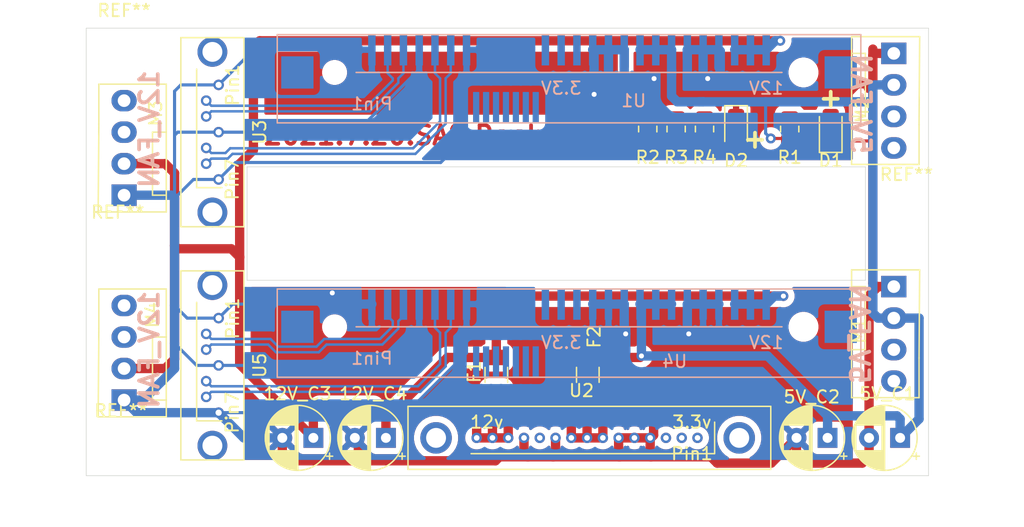
<source format=kicad_pcb>
(kicad_pcb (version 20171130) (host pcbnew "(5.1.10)-1")
  (layers (0 F.Cu signal) (31 B.Cu signal) (34 B.Paste user) (35 F.Paste user) (36 B.SilkS user) (37 F.SilkS user) (38 B.Mask user) (39 F.Mask user) (44 Edge.Cuts user))
  (net 0 "")
  (net 1 +12V)
  (net 2 GND)
  (net 3 +5V)
  (net 4 "Net-(D1-Pad2)")
  (net 5 /S1_TXD_P)
  (net 6 /S1_TXD_N)
  (net 7 /S1_RXD_N)
  (net 8 /S1_RXD_P)
  (net 9 /S2_TXD_P)
  (net 10 /S2_TXD_N)
  (net 11 /S2_RXD_N)
  (net 12 /S2_RXD_P)
  (net 13 "Net-(D2-Pad2)")
  (net 14 "Net-(R2-Pad1)")
  (net 15 "Net-(R3-Pad1)")
  (net 16 "Net-(F1-Pad2)")
  (net 17 "Net-(F2-Pad2)")
  (module MountingHole:MountingHole_2.2mm_M2 (layer F.Cu) (at 34.798 33.02)
    (fp_text reference REF** (at 0 -3.2) (layer F.SilkS))
    (fp_text value MountingHole_2.2mm_M2)
    (pad 1 np_thru_hole circle (at 0 0) (size 2.2 2.2) (drill 2.2) (layers *.Cu *.Mask))
  )
  (module MountingHole:MountingHole_2.2mm_M2 (layer F.Cu) (at 34.544 65.278)
    (fp_text reference REF** (at 0 -3.2) (layer F.SilkS))
    (fp_text value MountingHole_2.2mm_M2)
    (pad 1 np_thru_hole circle (at 0 0) (size 2.2 2.2) (drill 2.2) (layers *.Cu *.Mask))
  )
  (module MountingHole:MountingHole_2.2mm_M2 (layer F.Cu) (at 97.79 46.228)
    (fp_text reference REF** (at 0 -3.2) (layer F.SilkS))
    (fp_text value MountingHole_2.2mm_M2)
    (pad 1 np_thru_hole circle (at 0 0) (size 2.2 2.2) (drill 2.2) (layers *.Cu *.Mask))
  )
  (module MountingHole:MountingHole_2.2mm_M2 (layer F.Cu) (at 34.29 49.276)
    (fp_text reference REF** (at 0 -3.2) (layer F.SilkS))
    (fp_text value MountingHole_2.2mm_M2)
    (pad 1 np_thru_hole circle (at 0 0) (size 2.2 2.2) (drill 2.2) (layers *.Cu *.Mask))
  )
  (module LED_SMD:LED_0805_2012Metric_Castellated (layer F.Cu) (at 91.694 39.37 90)
    (fp_text reference D1 (at -2.54 0 180) (layer F.SilkS))
    (fp_text value GREEN_LED)
    (pad 2 smd roundrect (at 0.9625 0 90) (size 1.325 1.3) (layers F.Cu F.Paste F.Mask) (roundrect_rratio 0.1923076923076923) (net 4 "Net-(D1-Pad2)"))
    (pad 1 smd roundrect (at -0.9625 0 90) (size 1.325 1.3) (layers F.Cu F.Paste F.Mask) (roundrect_rratio 0.1923076923076923) (net 2 GND))
  )
  (module Resistor_SMD:R_0805_2012Metric (layer F.Cu) (at 88.392 39.37 90)
    (fp_text reference R1 (at -2.286 0 180) (layer F.SilkS))
    (fp_text value 100R)
    (pad 2 smd roundrect (at 0.9125 0 90) (size 1.025 1.4) (layers F.Cu F.Paste F.Mask) (roundrect_rratio 0.2439014634146341) (net 4 "Net-(D1-Pad2)"))
    (pad 1 smd roundrect (at -0.9125 0 90) (size 1.025 1.4) (layers F.Cu F.Paste F.Mask) (roundrect_rratio 0.2439014634146341) (net 3 +5V))
  )
  (module Fuse:Fuse_1206_3216Metric (layer F.Cu) (at 72.136 59.182 270)
    (fp_text reference F2 (at -3.048 -0.508 90) (layer F.SilkS))
    (fp_text value 5V_2.6A)
    (pad 2 smd roundrect (at 1.4 0 270) (size 1.25 1.75) (layers F.Cu F.Paste F.Mask) (roundrect_rratio 0.2) (net 17 "Net-(F2-Pad2)"))
    (pad 1 smd roundrect (at -1.4 0 270) (size 1.25 1.75) (layers F.Cu F.Paste F.Mask) (roundrect_rratio 0.2) (net 3 +5V))
  )
  (module Fuse:Fuse_1206_3216Metric (layer F.Cu) (at 64.77 59.182 270)
    (fp_text reference F1 (at -0.254 1.778 90) (layer F.SilkS))
    (fp_text value 12V_2.4A)
    (pad 2 smd roundrect (at 1.4 0 270) (size 1.25 1.75) (layers F.Cu F.Paste F.Mask) (roundrect_rratio 0.2) (net 16 "Net-(F1-Pad2)"))
    (pad 1 smd roundrect (at -1.4 0 270) (size 1.25 1.75) (layers F.Cu F.Paste F.Mask) (roundrect_rratio 0.2) (net 1 +12V))
  )
  (module SATA:SAS_SMD_29P (layer B.Cu) (at 86.5 34.81 180)
    (fp_text reference U1 (at 10.668 -2.286) (layer B.SilkS) (effects (justify mirror)))
    (fp_text value SAS_29)
    (fp_text user 12V (at 0 -1.27) (layer B.SilkS) (effects (justify mirror)))
    (fp_text user 3.3V (at 16.51 -1.27) (layer B.SilkS) (effects (justify mirror)))
    (fp_text user Pin1 (at 31.75 -2.54) (layer B.SilkS) (effects (justify mirror)))
    (pad "" smd rect (at 37.75 0 180) (size 2.6 2.6) (layers B.Cu B.Paste B.Mask))
    (pad "" smd rect (at -6 0 180) (size 2.6 2.6) (layers B.Cu B.Paste B.Mask))
    (pad "" np_thru_hole circle (at 34.75 0 180) (size 1 1) (drill 1) (layers *.Cu *.Mask))
    (pad "" np_thru_hole circle (at -3 0 180) (size 1.4 1.4) (drill 1.4) (layers *.Cu *.Mask))
    (pad 1 smd rect (at 31.75 1.83 180) (size 0.6 2.53) (layers B.Cu B.Paste B.Mask) (net 2 GND))
    (pad 2 smd rect (at 30.48 1.83 180) (size 0.6 2.53) (layers B.Cu B.Paste B.Mask) (net 5 /S1_TXD_P))
    (pad 3 smd rect (at 29.21 1.83 180) (size 0.6 2.53) (layers B.Cu B.Paste B.Mask) (net 6 /S1_TXD_N))
    (pad 4 smd rect (at 27.94 1.83 180) (size 0.6 2.53) (layers B.Cu B.Paste B.Mask) (net 2 GND))
    (pad 5 smd rect (at 26.67 1.83 180) (size 0.6 2.53) (layers B.Cu B.Paste B.Mask) (net 7 /S1_RXD_N))
    (pad 6 smd rect (at 25.4 1.83 180) (size 0.6 2.53) (layers B.Cu B.Paste B.Mask) (net 8 /S1_RXD_P))
    (pad 7 smd rect (at 24.13 1.83 180) (size 0.6 2.53) (layers B.Cu B.Paste B.Mask) (net 2 GND))
    (pad 8 smd rect (at 23.355 -2.84 180) (size 0.5 2.53) (layers B.Cu B.Paste B.Mask))
    (pad 9 smd rect (at 22.555 -2.84 180) (size 0.5 2.53) (layers B.Cu B.Paste B.Mask))
    (pad 10 smd rect (at 21.755 -2.84 180) (size 0.5 2.53) (layers B.Cu B.Paste B.Mask))
    (pad 11 smd rect (at 20.955 -2.84 180) (size 0.5 2.53) (layers B.Cu B.Paste B.Mask))
    (pad 12 smd rect (at 20.155 -2.84 180) (size 0.5 2.53) (layers B.Cu B.Paste B.Mask))
    (pad 13 smd rect (at 19.355 -2.84 180) (size 0.5 2.53) (layers B.Cu B.Paste B.Mask))
    (pad 14 smd rect (at 18.555 -2.84 180) (size 0.5 2.53) (layers B.Cu B.Paste B.Mask))
    (pad 15 smd rect (at 17.78 1.83 180) (size 0.6 2.53) (layers B.Cu B.Paste B.Mask))
    (pad 16 smd rect (at 16.51 1.83 180) (size 0.6 2.53) (layers B.Cu B.Paste B.Mask))
    (pad 17 smd rect (at 15.24 1.83 180) (size 0.6 2.53) (layers B.Cu B.Paste B.Mask))
    (pad 18 smd rect (at 13.97 1.83 180) (size 0.6 2.53) (layers B.Cu B.Paste B.Mask) (net 2 GND))
    (pad 19 smd rect (at 12.7 1.83 180) (size 0.6 2.53) (layers B.Cu B.Paste B.Mask) (net 2 GND))
    (pad 20 smd rect (at 11.43 1.83 180) (size 0.6 2.53) (layers B.Cu B.Paste B.Mask) (net 2 GND))
    (pad 21 smd rect (at 10.16 1.83 180) (size 0.6 2.53) (layers B.Cu B.Paste B.Mask) (net 3 +5V))
    (pad 22 smd rect (at 8.89 1.83 180) (size 0.6 2.53) (layers B.Cu B.Paste B.Mask) (net 3 +5V))
    (pad 23 smd rect (at 7.62 1.83 180) (size 0.6 2.53) (layers B.Cu B.Paste B.Mask) (net 3 +5V))
    (pad 24 smd rect (at 6.35 1.83 180) (size 0.6 2.53) (layers B.Cu B.Paste B.Mask) (net 2 GND))
    (pad 25 smd rect (at 5.08 1.83 180) (size 0.6 2.53) (layers B.Cu B.Paste B.Mask) (net 2 GND))
    (pad 26 smd rect (at 3.81 1.83 180) (size 0.6 2.53) (layers B.Cu B.Paste B.Mask) (net 2 GND))
    (pad 27 smd rect (at 2.54 1.83 180) (size 0.6 2.53) (layers B.Cu B.Paste B.Mask) (net 1 +12V))
    (pad 28 smd rect (at 1.27 1.83 180) (size 0.6 2.53) (layers B.Cu B.Paste B.Mask) (net 1 +12V))
    (pad 29 smd rect (at 0 1.83 180) (size 0.6 2.53) (layers B.Cu B.Paste B.Mask) (net 1 +12V))
  )
  (module Resistor_SMD:R_0805_2012Metric (layer F.Cu) (at 81.534 39.37 90)
    (fp_text reference R4 (at -2.286 0 180) (layer F.SilkS))
    (fp_text value 150R)
    (pad 2 smd roundrect (at 0.9125 0 90) (size 1.025 1.4) (layers F.Cu F.Paste F.Mask) (roundrect_rratio 0.2439014634146341) (net 15 "Net-(R3-Pad1)"))
    (pad 1 smd roundrect (at -0.9125 0 90) (size 1.025 1.4) (layers F.Cu F.Paste F.Mask) (roundrect_rratio 0.2439014634146341) (net 13 "Net-(D2-Pad2)"))
  )
  (module Resistor_SMD:R_0805_2012Metric (layer F.Cu) (at 79.248 39.37 270)
    (fp_text reference R3 (at 2.286 0 180) (layer F.SilkS))
    (fp_text value 150R)
    (pad 2 smd roundrect (at 0.9125 0 270) (size 1.025 1.4) (layers F.Cu F.Paste F.Mask) (roundrect_rratio 0.2439014634146341) (net 14 "Net-(R2-Pad1)"))
    (pad 1 smd roundrect (at -0.9125 0 270) (size 1.025 1.4) (layers F.Cu F.Paste F.Mask) (roundrect_rratio 0.2439014634146341) (net 15 "Net-(R3-Pad1)"))
  )
  (module Resistor_SMD:R_0805_2012Metric (layer F.Cu) (at 76.962 39.37 90)
    (fp_text reference R2 (at -2.286 0 180) (layer F.SilkS))
    (fp_text value 150R)
    (pad 2 smd roundrect (at 0.9125 0 90) (size 1.025 1.4) (layers F.Cu F.Paste F.Mask) (roundrect_rratio 0.2439014634146341) (net 1 +12V))
    (pad 1 smd roundrect (at -0.9125 0 90) (size 1.025 1.4) (layers F.Cu F.Paste F.Mask) (roundrect_rratio 0.2439014634146341) (net 14 "Net-(R2-Pad1)"))
  )
  (module LED_SMD:LED_0805_2012Metric_Castellated (layer F.Cu) (at 84.074 39.37 270)
    (fp_text reference D2 (at 2.54 0 180) (layer F.SilkS))
    (fp_text value RED_LED)
    (pad 2 smd roundrect (at 0.9625 0 270) (size 1.325 1.3) (layers F.Cu F.Paste F.Mask) (roundrect_rratio 0.1923076923076923) (net 13 "Net-(D2-Pad2)"))
    (pad 1 smd roundrect (at -0.9625 0 270) (size 1.325 1.3) (layers F.Cu F.Paste F.Mask) (roundrect_rratio 0.1923076923076923) (net 2 GND))
  )
  (module SATA:SATA_DATA_DIP_A_7 (layer F.Cu) (at 41.91 62.23 90)
    (fp_text reference U5 (at 3.81 3.81 90) (layer F.SilkS))
    (fp_text value SATA_DATA_7)
    (fp_text user Pin1 (at 7.5946 1.6256 90) (layer F.SilkS))
    (fp_text user Pin7 (at 0 1.6002 90) (layer F.SilkS))
    (pad "" np_thru_hole circle (at 10.28 0 90) (size 2.4 2.4) (drill 1.6) (layers *.Cu *.Mask))
    (pad "" np_thru_hole circle (at -2.66 0 90) (size 2.4 2.4) (drill 1.6) (layers *.Cu *.Mask))
    (pad 1 thru_hole circle (at 7.62 0.5 90) (size 0.85 0.85) (drill 0.5) (layers *.Cu *.Mask) (net 2 GND))
    (pad 2 thru_hole circle (at 6.35 -0.5 90) (size 0.85 0.85) (drill 0.5) (layers *.Cu *.Mask) (net 9 /S2_TXD_P))
    (pad 3 thru_hole circle (at 5.08 -0.5 90) (size 0.85 0.85) (drill 0.5) (layers *.Cu *.Mask) (net 10 /S2_TXD_N))
    (pad 4 thru_hole circle (at 3.81 0.5 90) (size 0.85 0.85) (drill 0.5) (layers *.Cu *.Mask) (net 2 GND))
    (pad 5 thru_hole circle (at 2.54 -0.5 90) (size 0.85 0.85) (drill 0.5) (layers *.Cu *.Mask) (net 11 /S2_RXD_N))
    (pad 6 thru_hole circle (at 1.27 -0.5 90) (size 0.85 0.85) (drill 0.5) (layers *.Cu *.Mask) (net 12 /S2_RXD_P))
    (pad 7 thru_hole circle (at 0 0.5 90) (size 0.85 0.85) (drill 0.5) (layers *.Cu *.Mask) (net 2 GND))
  )
  (module SATA:SATA_DATA_DIP_A_7 (layer F.Cu) (at 41.91 43.434 90)
    (fp_text reference U3 (at 3.81 3.81 90) (layer F.SilkS))
    (fp_text value SATA_DATA_7)
    (fp_text user Pin1 (at 7.5946 1.6256 90) (layer F.SilkS))
    (fp_text user Pin7 (at 0 1.6002 90) (layer F.SilkS))
    (pad "" np_thru_hole circle (at 10.28 0 90) (size 2.4 2.4) (drill 1.6) (layers *.Cu *.Mask))
    (pad "" np_thru_hole circle (at -2.66 0 90) (size 2.4 2.4) (drill 1.6) (layers *.Cu *.Mask))
    (pad 1 thru_hole circle (at 7.62 0.5 90) (size 0.85 0.85) (drill 0.5) (layers *.Cu *.Mask) (net 2 GND))
    (pad 2 thru_hole circle (at 6.35 -0.5 90) (size 0.85 0.85) (drill 0.5) (layers *.Cu *.Mask) (net 5 /S1_TXD_P))
    (pad 3 thru_hole circle (at 5.08 -0.5 90) (size 0.85 0.85) (drill 0.5) (layers *.Cu *.Mask) (net 6 /S1_TXD_N))
    (pad 4 thru_hole circle (at 3.81 0.5 90) (size 0.85 0.85) (drill 0.5) (layers *.Cu *.Mask) (net 2 GND))
    (pad 5 thru_hole circle (at 2.54 -0.5 90) (size 0.85 0.85) (drill 0.5) (layers *.Cu *.Mask) (net 7 /S1_RXD_N))
    (pad 6 thru_hole circle (at 1.27 -0.5 90) (size 0.85 0.85) (drill 0.5) (layers *.Cu *.Mask) (net 8 /S1_RXD_P))
    (pad 7 thru_hole circle (at 0 0.5 90) (size 0.85 0.85) (drill 0.5) (layers *.Cu *.Mask) (net 2 GND))
  )
  (module SATA:SAS_SMD_29P (layer B.Cu) (at 86.5 55.31 180)
    (fp_text reference U4 (at 7.366 -2.794) (layer B.SilkS) (effects (justify mirror)))
    (fp_text value SAS_29)
    (fp_text user 12V (at 0 -1.27) (layer B.SilkS) (effects (justify mirror)))
    (fp_text user 3.3V (at 16.51 -1.27) (layer B.SilkS) (effects (justify mirror)))
    (fp_text user Pin1 (at 31.75 -2.54) (layer B.SilkS) (effects (justify mirror)))
    (pad "" smd rect (at 37.75 0 180) (size 2.6 2.6) (layers B.Cu B.Paste B.Mask))
    (pad "" smd rect (at -6 0 180) (size 2.6 2.6) (layers B.Cu B.Paste B.Mask))
    (pad "" np_thru_hole circle (at 34.75 0 180) (size 1 1) (drill 1) (layers *.Cu *.Mask))
    (pad "" np_thru_hole circle (at -3 0 180) (size 1.4 1.4) (drill 1.4) (layers *.Cu *.Mask))
    (pad 1 smd rect (at 31.75 1.83 180) (size 0.6 2.53) (layers B.Cu B.Paste B.Mask) (net 2 GND))
    (pad 2 smd rect (at 30.48 1.83 180) (size 0.6 2.53) (layers B.Cu B.Paste B.Mask) (net 9 /S2_TXD_P))
    (pad 3 smd rect (at 29.21 1.83 180) (size 0.6 2.53) (layers B.Cu B.Paste B.Mask) (net 10 /S2_TXD_N))
    (pad 4 smd rect (at 27.94 1.83 180) (size 0.6 2.53) (layers B.Cu B.Paste B.Mask) (net 2 GND))
    (pad 5 smd rect (at 26.67 1.83 180) (size 0.6 2.53) (layers B.Cu B.Paste B.Mask) (net 11 /S2_RXD_N))
    (pad 6 smd rect (at 25.4 1.83 180) (size 0.6 2.53) (layers B.Cu B.Paste B.Mask) (net 12 /S2_RXD_P))
    (pad 7 smd rect (at 24.13 1.83 180) (size 0.6 2.53) (layers B.Cu B.Paste B.Mask) (net 2 GND))
    (pad 8 smd rect (at 23.355 -2.84 180) (size 0.5 2.53) (layers B.Cu B.Paste B.Mask))
    (pad 9 smd rect (at 22.555 -2.84 180) (size 0.5 2.53) (layers B.Cu B.Paste B.Mask))
    (pad 10 smd rect (at 21.755 -2.84 180) (size 0.5 2.53) (layers B.Cu B.Paste B.Mask))
    (pad 11 smd rect (at 20.955 -2.84 180) (size 0.5 2.53) (layers B.Cu B.Paste B.Mask))
    (pad 12 smd rect (at 20.155 -2.84 180) (size 0.5 2.53) (layers B.Cu B.Paste B.Mask))
    (pad 13 smd rect (at 19.355 -2.84 180) (size 0.5 2.53) (layers B.Cu B.Paste B.Mask))
    (pad 14 smd rect (at 18.555 -2.84 180) (size 0.5 2.53) (layers B.Cu B.Paste B.Mask))
    (pad 15 smd rect (at 17.78 1.83 180) (size 0.6 2.53) (layers B.Cu B.Paste B.Mask))
    (pad 16 smd rect (at 16.51 1.83 180) (size 0.6 2.53) (layers B.Cu B.Paste B.Mask))
    (pad 17 smd rect (at 15.24 1.83 180) (size 0.6 2.53) (layers B.Cu B.Paste B.Mask))
    (pad 18 smd rect (at 13.97 1.83 180) (size 0.6 2.53) (layers B.Cu B.Paste B.Mask) (net 2 GND))
    (pad 19 smd rect (at 12.7 1.83 180) (size 0.6 2.53) (layers B.Cu B.Paste B.Mask) (net 2 GND))
    (pad 20 smd rect (at 11.43 1.83 180) (size 0.6 2.53) (layers B.Cu B.Paste B.Mask) (net 2 GND))
    (pad 21 smd rect (at 10.16 1.83 180) (size 0.6 2.53) (layers B.Cu B.Paste B.Mask) (net 3 +5V))
    (pad 22 smd rect (at 8.89 1.83 180) (size 0.6 2.53) (layers B.Cu B.Paste B.Mask) (net 3 +5V))
    (pad 23 smd rect (at 7.62 1.83 180) (size 0.6 2.53) (layers B.Cu B.Paste B.Mask) (net 3 +5V))
    (pad 24 smd rect (at 6.35 1.83 180) (size 0.6 2.53) (layers B.Cu B.Paste B.Mask) (net 2 GND))
    (pad 25 smd rect (at 5.08 1.83 180) (size 0.6 2.53) (layers B.Cu B.Paste B.Mask) (net 2 GND))
    (pad 26 smd rect (at 3.81 1.83 180) (size 0.6 2.53) (layers B.Cu B.Paste B.Mask) (net 2 GND))
    (pad 27 smd rect (at 2.54 1.83 180) (size 0.6 2.53) (layers B.Cu B.Paste B.Mask) (net 1 +12V))
    (pad 28 smd rect (at 1.27 1.83 180) (size 0.6 2.53) (layers B.Cu B.Paste B.Mask) (net 1 +12V))
    (pad 29 smd rect (at 0 1.83 180) (size 0.6 2.53) (layers B.Cu B.Paste B.Mask) (net 1 +12V))
  )
  (module SATA:SATA_POWER_DIP_15 (layer F.Cu) (at 84.328 64.262 180)
    (fp_text reference U2 (at 12.7 3.81) (layer F.SilkS))
    (fp_text value SATA_POWER_INPUT)
    (fp_text user Pin1 (at 3.81 -1.27) (layer F.SilkS))
    (fp_text user 12v (at 20.32 1.27) (layer F.SilkS))
    (fp_text user 3.3v (at 3.81 1.27) (layer F.SilkS))
    (pad 14 thru_hole circle (at 19.87 0 180) (size 0.84 0.84) (drill 0.45) (layers *.Cu *.Mask) (net 16 "Net-(F1-Pad2)"))
    (pad 13 thru_hole circle (at 18.6 0 180) (size 0.84 0.84) (drill 0.45) (layers *.Cu *.Mask) (net 16 "Net-(F1-Pad2)"))
    (pad 15 thru_hole circle (at 21.14 0 180) (size 0.84 0.84) (drill 0.45) (layers *.Cu *.Mask) (net 16 "Net-(F1-Pad2)"))
    (pad 10 thru_hole circle (at 14.79 0 180) (size 0.84 0.84) (drill 0.45) (layers *.Cu *.Mask) (net 2 GND))
    (pad 12 thru_hole circle (at 17.33 0 180) (size 0.84 0.84) (drill 0.45) (layers *.Cu *.Mask) (net 2 GND))
    (pad 11 thru_hole circle (at 16.06 0 180) (size 0.84 0.84) (drill 0.45) (layers *.Cu *.Mask))
    (pad 9 thru_hole circle (at 13.52 0 180) (size 0.84 0.84) (drill 0.45) (layers *.Cu *.Mask) (net 17 "Net-(F2-Pad2)"))
    (pad 8 thru_hole circle (at 12.25 0 180) (size 0.84 0.84) (drill 0.45) (layers *.Cu *.Mask) (net 17 "Net-(F2-Pad2)"))
    (pad 7 thru_hole circle (at 10.98 0 180) (size 0.84 0.84) (drill 0.45) (layers *.Cu *.Mask) (net 17 "Net-(F2-Pad2)"))
    (pad 6 thru_hole circle (at 9.71 0 180) (size 0.84 0.84) (drill 0.45) (layers *.Cu *.Mask) (net 2 GND))
    (pad 5 thru_hole circle (at 8.44 0 180) (size 0.84 0.84) (drill 0.45) (layers *.Cu *.Mask) (net 2 GND))
    (pad 4 thru_hole circle (at 7.17 0 180) (size 0.84 0.84) (drill 0.45) (layers *.Cu *.Mask) (net 2 GND))
    (pad 3 thru_hole circle (at 5.9 0 180) (size 0.84 0.84) (drill 0.45) (layers *.Cu *.Mask))
    (pad 2 thru_hole circle (at 4.63 0 180) (size 0.84 0.84) (drill 0.45) (layers *.Cu *.Mask))
    (pad 1 thru_hole circle (at 3.36 0 180) (size 0.84 0.84) (drill 0.45) (layers *.Cu *.Mask))
    (pad "" np_thru_hole circle (at 24.4094 0 180) (size 2.54 2.54) (drill 1.6) (layers *.Cu *.Mask))
    (pad "" np_thru_hole circle (at 0 0 180) (size 2.54 2.54) (drill 1.6) (layers *.Cu *.Mask))
  )
  (module Capacitor_THT:CP_Radial_D5.0mm_P2.50mm (layer F.Cu) (at 91.44 64.262 180)
    (fp_text reference 5V_C2 (at 1.27 3.302) (layer F.SilkS))
    (fp_text value 220uF_16V)
    (pad 2 thru_hole circle (at 2.5 0 180) (size 1.6 1.6) (drill 0.8) (layers *.Cu *.Mask) (net 2 GND))
    (pad 1 thru_hole rect (at 0 0 180) (size 1.6 1.6) (drill 0.8) (layers *.Cu *.Mask) (net 3 +5V))
  )
  (module Capacitor_THT:CP_Radial_D5.0mm_P2.50mm (layer F.Cu) (at 50.038 64.262 180)
    (fp_text reference 12V_C3 (at 1.27 3.556) (layer F.SilkS))
    (fp_text value 47uF_35V)
    (pad 2 thru_hole circle (at 2.5 0 180) (size 1.6 1.6) (drill 0.8) (layers *.Cu *.Mask) (net 2 GND))
    (pad 1 thru_hole rect (at 0 0 180) (size 1.6 1.6) (drill 0.8) (layers *.Cu *.Mask) (net 1 +12V))
  )
  (module Capacitor_THT:CP_Radial_D5.0mm_P2.50mm (layer F.Cu) (at 55.88 64.262 180)
    (fp_text reference 12V_C4 (at 1.016 3.556) (layer F.SilkS))
    (fp_text value 47uF_35V)
    (pad 2 thru_hole circle (at 2.5 0 180) (size 1.6 1.6) (drill 0.8) (layers *.Cu *.Mask) (net 2 GND))
    (pad 1 thru_hole rect (at 0 0 180) (size 1.6 1.6) (drill 0.8) (layers *.Cu *.Mask) (net 1 +12V))
  )
  (module SATA:FanPinHeader_1x04_P2.54mm_Vertical (layer F.Cu) (at 96.774 52.07 270)
    (fp_text reference M1 (at 3.556 2.794 90) (layer F.SilkS))
    (fp_text value Fan_Tacho_PWM)
    (pad 1 thru_hole rect (at 0 0) (size 2.03 1.73) (drill 1.02) (layers *.Cu *.Mask) (net 2 GND))
    (pad 2 thru_hole oval (at 2.54 0) (size 2.03 1.73) (drill 1.02) (layers *.Cu *.Mask) (net 3 +5V))
    (pad 3 thru_hole oval (at 5.08 0) (size 2.03 1.73) (drill 1.02) (layers *.Cu *.Mask))
    (pad 4 thru_hole oval (at 7.62 0) (size 2.03 1.73) (drill 1.02) (layers *.Cu *.Mask))
  )
  (module SATA:FanPinHeader_1x04_P2.54mm_Vertical (layer F.Cu) (at 96.774 33.274 270)
    (fp_text reference M2 (at 4.572 2.54 90) (layer F.SilkS))
    (fp_text value Fan_Tacho_PWM)
    (pad 1 thru_hole rect (at 0 0) (size 2.03 1.73) (drill 1.02) (layers *.Cu *.Mask) (net 2 GND))
    (pad 2 thru_hole oval (at 2.54 0) (size 2.03 1.73) (drill 1.02) (layers *.Cu *.Mask) (net 3 +5V))
    (pad 3 thru_hole oval (at 5.08 0) (size 2.03 1.73) (drill 1.02) (layers *.Cu *.Mask))
    (pad 4 thru_hole oval (at 7.62 0) (size 2.03 1.73) (drill 1.02) (layers *.Cu *.Mask))
  )
  (module SATA:FanPinHeader_1x04_P2.54mm_Vertical (layer F.Cu) (at 34.798 44.704 90)
    (fp_text reference M3 (at 6.604 2.54 90) (layer F.SilkS))
    (fp_text value Fan_Tacho_PWM)
    (pad 1 thru_hole rect (at 0 0 180) (size 2.03 1.73) (drill 1.02) (layers *.Cu *.Mask) (net 2 GND))
    (pad 2 thru_hole oval (at 2.54 0 180) (size 2.03 1.73) (drill 1.02) (layers *.Cu *.Mask) (net 1 +12V))
    (pad 3 thru_hole oval (at 5.08 0 180) (size 2.03 1.73) (drill 1.02) (layers *.Cu *.Mask))
    (pad 4 thru_hole oval (at 7.62 0 180) (size 2.03 1.73) (drill 1.02) (layers *.Cu *.Mask))
  )
  (module SATA:FanPinHeader_1x04_P2.54mm_Vertical (layer F.Cu) (at 34.798 61.214 90)
    (fp_text reference M4 (at 6.858 2.286 90) (layer F.SilkS))
    (fp_text value Fan_Tacho_PWM)
    (pad 1 thru_hole rect (at 0 0 180) (size 2.03 1.73) (drill 1.02) (layers *.Cu *.Mask) (net 2 GND))
    (pad 2 thru_hole oval (at 2.54 0 180) (size 2.03 1.73) (drill 1.02) (layers *.Cu *.Mask) (net 1 +12V))
    (pad 3 thru_hole oval (at 5.08 0 180) (size 2.03 1.73) (drill 1.02) (layers *.Cu *.Mask))
    (pad 4 thru_hole oval (at 7.62 0 180) (size 2.03 1.73) (drill 1.02) (layers *.Cu *.Mask))
  )
  (module Capacitor_THT:CP_Radial_D5.0mm_P2.50mm (layer F.Cu) (at 97.282 64.262 180)
    (fp_text reference 5V_C1 (at 1.016 3.556) (layer F.SilkS))
    (fp_text value 220uF_16V)
    (pad 2 thru_hole circle (at 2.5 0 180) (size 1.6 1.6) (drill 0.8) (layers *.Cu *.Mask) (net 2 GND))
    (pad 1 thru_hole rect (at 0 0 180) (size 1.6 1.6) (drill 0.8) (layers *.Cu *.Mask) (net 3 +5V))
  )
  (gr_text + (at 91.694 36.83) (layer F.SilkS) (effects (font (size 1.5 1.5) (thickness 0.3))))
  (gr_text + (at 85.598 40.132) (layer F.SilkS) (effects (font (size 1.5 1.5) (thickness 0.3))))
  (gr_text 2021.7.20.SAS.Backend.V6 (at 60.96 39.878) (layer F.Cu) (effects (font (size 1.5 1.5) (thickness 0.3))))
  (gr_text 12V_FAN (at 36.83 39.37 90) (layer B.SilkS) (effects (font (size 1.5 1.5) (thickness 0.3)) (justify mirror)))
  (gr_text 12V_FAN (at 36.83 57.15 90) (layer B.SilkS) (effects (font (size 1.5 1.5) (thickness 0.3)) (justify mirror)))
  (gr_text 5V_FAN (at 93.98 55.88 -90) (layer B.SilkS) (effects (font (size 1.5 1.5) (thickness 0.3)) (justify mirror)))
  (gr_text 5V_FAN (at 94.12 37.35 -90) (layer B.SilkS) (effects (font (size 1.5 1.5) (thickness 0.3)) (justify mirror)))
  (gr_line (start 94.488 51.562) (end 94.488 42.418) (layer Edge.Cuts) (width 0.05))
  (gr_line (start 94.488 42.418) (end 44.704 42.418) (layer Edge.Cuts) (width 0.05))
  (gr_line (start 44.704 51.562) (end 94.488 51.562) (layer Edge.Cuts) (width 0.05))
  (gr_line (start 44.704 42.418) (end 44.704 51.562) (layer Edge.Cuts) (width 0.05))
  (gr_line (start 44.704 42.418) (end 44.704 42.418) (layer Edge.Cuts) (width 0.05))
  (gr_line (start 99.568 67.31) (end 99.568 31.242) (layer Edge.Cuts) (width 0.05))
  (gr_line (start 99.568 31.242) (end 31.75 31.242) (layer Edge.Cuts) (width 0.05))
  (gr_line (start 31.75 67.31) (end 99.568 67.31) (layer Edge.Cuts) (width 0.05))
  (gr_line (start 31.75 31.242) (end 31.75 67.31) (layer Edge.Cuts) (width 0.05))
  (segment (start 50.038 64.262) (end 50.038 62.23) (width 0.75) (layer F.Cu) (net 1))
  (segment (start 50.038 62.23) (end 50.546 61.722) (width 0.75) (layer F.Cu) (net 1))
  (segment (start 50.546 61.722) (end 54.864 61.722) (width 0.75) (layer F.Cu) (net 1))
  (segment (start 55.88 62.738) (end 55.88 64.262) (width 0.75) (layer F.Cu) (net 1))
  (segment (start 54.864 61.722) (end 55.88 62.738) (width 0.75) (layer F.Cu) (net 1))
  (segment (start 44.10399 58.32799) (end 44.10399 49.69199) (width 0.75) (layer F.Cu) (net 1))
  (segment (start 50.038 64.262) (end 44.10399 58.32799) (width 0.75) (layer F.Cu) (net 1))
  (segment (start 44.10399 49.69199) (end 43.434 49.022) (width 0.75) (layer F.Cu) (net 1))
  (segment (start 43.434 49.022) (end 39.116 49.022) (width 0.75) (layer F.Cu) (net 1))
  (segment (start 39.116 49.022) (end 38.862 48.768) (width 0.75) (layer F.Cu) (net 1))
  (segment (start 38.862 48.768) (end 38.862 42.926) (width 0.75) (layer F.Cu) (net 1))
  (segment (start 38.1 42.164) (end 34.798 42.164) (width 0.75) (layer F.Cu) (net 1))
  (segment (start 38.862 42.926) (end 38.1 42.164) (width 0.75) (layer F.Cu) (net 1))
  (segment (start 38.862 48.768) (end 38.862 57.912) (width 0.75) (layer F.Cu) (net 1))
  (segment (start 38.1 58.674) (end 34.798 58.674) (width 0.75) (layer F.Cu) (net 1))
  (segment (start 38.862 57.912) (end 38.1 58.674) (width 0.75) (layer F.Cu) (net 1))
  (segment (start 60.836 57.782) (end 55.88 62.738) (width 0.75) (layer F.Cu) (net 1))
  (segment (start 64.77 57.782) (end 60.836 57.782) (width 0.75) (layer F.Cu) (net 1))
  (segment (start 64.77 57.782) (end 64.77 54.356) (width 0.75) (layer F.Cu) (net 1))
  (via (at 87.884 52.832) (size 0.8) (drill 0.4) (layers F.Cu B.Cu) (net 1))
  (segment (start 66.294 52.832) (end 87.884 52.832) (width 0.75) (layer F.Cu) (net 1))
  (segment (start 64.77 54.356) (end 66.294 52.832) (width 0.75) (layer F.Cu) (net 1))
  (segment (start 87.148 52.832) (end 86.5 53.48) (width 0.75) (layer B.Cu) (net 1))
  (segment (start 87.884 52.832) (end 87.148 52.832) (width 0.75) (layer B.Cu) (net 1))
  (segment (start 86.5 53.48) (end 85.738 53.48) (width 0.75) (layer B.Cu) (net 1))
  (segment (start 85.738 53.48) (end 85.23 53.48) (width 0.75) (layer B.Cu) (net 1))
  (segment (start 85.23 53.48) (end 83.96 53.48) (width 0.75) (layer B.Cu) (net 1))
  (segment (start 83.96 32.98) (end 85.23 32.98) (width 0.75) (layer B.Cu) (net 1))
  (segment (start 85.23 32.98) (end 86.5 32.98) (width 0.75) (layer B.Cu) (net 1))
  (segment (start 44.10399 42.169468) (end 45.212 41.061458) (width 0.75) (layer F.Cu) (net 1))
  (segment (start 44.10399 49.69199) (end 44.10399 42.169468) (width 0.75) (layer F.Cu) (net 1))
  (segment (start 45.212 41.061458) (end 45.212 32.766) (width 0.75) (layer F.Cu) (net 1))
  (via (at 87.63 32.258) (size 0.8) (drill 0.4) (layers F.Cu B.Cu) (net 1))
  (segment (start 45.212 32.766) (end 45.72 32.258) (width 0.75) (layer F.Cu) (net 1))
  (segment (start 87.222 32.258) (end 86.5 32.98) (width 0.75) (layer B.Cu) (net 1))
  (segment (start 87.63 32.258) (end 87.222 32.258) (width 0.75) (layer B.Cu) (net 1))
  (segment (start 76.962 38.4575) (end 76.0495 38.4575) (width 0.25) (layer F.Cu) (net 1))
  (segment (start 75.184 37.592) (end 75.184 32.258) (width 0.25) (layer F.Cu) (net 1))
  (segment (start 76.0495 38.4575) (end 75.184 37.592) (width 0.25) (layer F.Cu) (net 1))
  (segment (start 75.184 32.258) (end 87.63 32.258) (width 0.75) (layer F.Cu) (net 1))
  (segment (start 45.72 32.258) (end 75.184 32.258) (width 0.75) (layer F.Cu) (net 1))
  (segment (start 66.998 64.262) (end 66.998 65.474) (width 0.75) (layer F.Cu) (net 2))
  (segment (start 66.998 65.474) (end 67.31 65.786) (width 0.75) (layer F.Cu) (net 2))
  (segment (start 67.31 65.786) (end 69.342 65.786) (width 0.75) (layer F.Cu) (net 2))
  (segment (start 69.538 65.59) (end 69.538 64.262) (width 0.75) (layer F.Cu) (net 2))
  (segment (start 69.342 65.786) (end 69.538 65.59) (width 0.75) (layer F.Cu) (net 2))
  (segment (start 74.618 65.728) (end 74.618 64.262) (width 0.75) (layer F.Cu) (net 2))
  (segment (start 74.676 65.786) (end 74.618 65.728) (width 0.75) (layer F.Cu) (net 2))
  (segment (start 69.342 65.786) (end 74.676 65.786) (width 0.75) (layer F.Cu) (net 2))
  (segment (start 74.618 64.262) (end 75.888 64.262) (width 0.75) (layer F.Cu) (net 2))
  (segment (start 75.888 64.262) (end 77.158 64.262) (width 0.75) (layer F.Cu) (net 2))
  (segment (start 74.676 65.786) (end 77.216 65.786) (width 0.75) (layer F.Cu) (net 2))
  (segment (start 77.158 65.728) (end 77.158 64.262) (width 0.75) (layer F.Cu) (net 2))
  (segment (start 77.216 65.786) (end 77.158 65.728) (width 0.75) (layer F.Cu) (net 2))
  (segment (start 77.216 65.786) (end 82.042 65.786) (width 0.75) (layer F.Cu) (net 2))
  (segment (start 82.042 65.786) (end 82.55 66.294) (width 0.75) (layer F.Cu) (net 2))
  (segment (start 86.908 66.294) (end 88.94 64.262) (width 0.75) (layer F.Cu) (net 2))
  (segment (start 82.55 66.294) (end 86.908 66.294) (width 0.75) (layer F.Cu) (net 2))
  (segment (start 65.024 65.786) (end 64.702999 66.107001) (width 0.75) (layer F.Cu) (net 2))
  (segment (start 67.31 65.786) (end 65.024 65.786) (width 0.75) (layer F.Cu) (net 2))
  (segment (start 47.538 65.572) (end 47.538 64.262) (width 0.75) (layer F.Cu) (net 2))
  (segment (start 48.073001 66.107001) (end 47.538 65.572) (width 0.75) (layer F.Cu) (net 2))
  (segment (start 57.561254 62.23) (end 42.41 62.23) (width 0.25) (layer B.Cu) (net 2))
  (segment (start 62.37 57.421254) (end 57.561254 62.23) (width 0.25) (layer B.Cu) (net 2))
  (segment (start 62.37 53.48) (end 62.37 57.421254) (width 0.25) (layer B.Cu) (net 2))
  (segment (start 43.54 53.48) (end 42.41 54.61) (width 0.25) (layer B.Cu) (net 2))
  (segment (start 54.75 53.48) (end 43.54 53.48) (width 0.25) (layer B.Cu) (net 2))
  (segment (start 58.56 55.232) (end 55.372 58.42) (width 0.25) (layer B.Cu) (net 2))
  (segment (start 58.56 53.48) (end 58.56 55.232) (width 0.25) (layer B.Cu) (net 2))
  (segment (start 44.442 64.262) (end 42.41 62.23) (width 0.75) (layer B.Cu) (net 2))
  (segment (start 47.538 64.262) (end 44.442 64.262) (width 0.75) (layer B.Cu) (net 2))
  (segment (start 35.814 62.23) (end 34.798 61.214) (width 0.75) (layer B.Cu) (net 2))
  (segment (start 42.41 62.23) (end 35.814 62.23) (width 0.75) (layer B.Cu) (net 2))
  (segment (start 34.798 61.214) (end 36.322 61.214) (width 0.75) (layer B.Cu) (net 2))
  (segment (start 38.608 44.704) (end 34.798 44.704) (width 0.75) (layer B.Cu) (net 2))
  (segment (start 38.862 44.958) (end 38.608 44.704) (width 0.75) (layer B.Cu) (net 2))
  (segment (start 55.372 58.42) (end 42.41 58.42) (width 0.25) (layer B.Cu) (net 2))
  (segment (start 36.322 61.214) (end 38.862 58.674) (width 0.75) (layer B.Cu) (net 2))
  (segment (start 40.64 58.42) (end 38.862 56.642) (width 0.25) (layer B.Cu) (net 2))
  (segment (start 42.41 58.42) (end 40.64 58.42) (width 0.25) (layer B.Cu) (net 2))
  (segment (start 38.862 58.674) (end 38.862 56.642) (width 0.75) (layer B.Cu) (net 2))
  (segment (start 39.878 54.61) (end 38.862 53.594) (width 0.25) (layer B.Cu) (net 2))
  (segment (start 42.41 54.61) (end 39.878 54.61) (width 0.25) (layer B.Cu) (net 2))
  (segment (start 38.862 53.594) (end 38.862 44.958) (width 0.75) (layer B.Cu) (net 2))
  (segment (start 38.862 56.642) (end 38.862 53.594) (width 0.75) (layer B.Cu) (net 2))
  (segment (start 40.386 43.434) (end 38.862 44.958) (width 0.25) (layer B.Cu) (net 2))
  (segment (start 42.41 43.434) (end 40.386 43.434) (width 0.25) (layer B.Cu) (net 2))
  (segment (start 42.41 39.624) (end 39.116 39.624) (width 0.25) (layer B.Cu) (net 2))
  (segment (start 38.862 39.878) (end 38.862 44.958) (width 0.25) (layer B.Cu) (net 2))
  (segment (start 39.116 39.624) (end 38.862 39.878) (width 0.25) (layer B.Cu) (net 2))
  (segment (start 38.862 36.322) (end 38.862 39.878) (width 0.25) (layer B.Cu) (net 2))
  (segment (start 39.37 35.814) (end 38.862 36.322) (width 0.25) (layer B.Cu) (net 2))
  (segment (start 42.41 35.814) (end 39.37 35.814) (width 0.25) (layer B.Cu) (net 2))
  (segment (start 72.53 53.48) (end 73.8 53.48) (width 0.75) (layer B.Cu) (net 2))
  (segment (start 73.8 53.48) (end 75.07 53.48) (width 0.75) (layer B.Cu) (net 2))
  (segment (start 80.15 53.48) (end 81.928 53.48) (width 0.75) (layer B.Cu) (net 2))
  (segment (start 82.69 53.48) (end 81.928 53.48) (width 0.75) (layer B.Cu) (net 2))
  (via (at 75.184 55.88) (size 0.8) (drill 0.4) (layers F.Cu B.Cu) (net 2))
  (segment (start 75.07 55.766) (end 75.184 55.88) (width 0.75) (layer B.Cu) (net 2))
  (segment (start 75.07 53.48) (end 75.07 55.766) (width 0.75) (layer B.Cu) (net 2))
  (via (at 80.264 55.88) (size 0.8) (drill 0.4) (layers F.Cu B.Cu) (net 2))
  (segment (start 75.184 55.88) (end 80.264 55.88) (width 0.75) (layer F.Cu) (net 2))
  (segment (start 80.15 55.766) (end 80.264 55.88) (width 0.75) (layer B.Cu) (net 2))
  (segment (start 80.15 53.48) (end 80.15 55.766) (width 0.75) (layer B.Cu) (net 2))
  (segment (start 77.432999 64.045001) (end 77.432999 61.251001) (width 0.75) (layer F.Cu) (net 2))
  (segment (start 77.216 64.262) (end 77.432999 64.045001) (width 0.75) (layer F.Cu) (net 2))
  (segment (start 77.158 64.262) (end 77.216 64.262) (width 0.75) (layer F.Cu) (net 2))
  (segment (start 80.264 58.42) (end 80.264 55.88) (width 0.75) (layer F.Cu) (net 2))
  (segment (start 77.432999 61.251001) (end 80.264 58.42) (width 0.75) (layer F.Cu) (net 2))
  (segment (start 53.661001 64.543001) (end 53.38 64.262) (width 0.75) (layer F.Cu) (net 2))
  (segment (start 53.661001 66.107001) (end 53.661001 64.543001) (width 0.75) (layer F.Cu) (net 2))
  (segment (start 64.702999 66.107001) (end 53.661001 66.107001) (width 0.75) (layer F.Cu) (net 2))
  (segment (start 53.661001 66.107001) (end 48.073001 66.107001) (width 0.75) (layer F.Cu) (net 2))
  (segment (start 88.94 64.262) (end 88.94 65.98799) (width 0.75) (layer F.Cu) (net 2))
  (segment (start 88.94 65.98799) (end 89.24601 66.294) (width 0.75) (layer F.Cu) (net 2))
  (segment (start 89.24601 66.294) (end 94.234 66.294) (width 0.75) (layer F.Cu) (net 2))
  (segment (start 94.782 65.746) (end 94.782 64.262) (width 0.75) (layer F.Cu) (net 2))
  (segment (start 94.234 66.294) (end 94.782 65.746) (width 0.75) (layer F.Cu) (net 2))
  (segment (start 94.782 64.262) (end 94.782 52.792) (width 0.75) (layer F.Cu) (net 2))
  (segment (start 95.504 52.07) (end 96.774 52.07) (width 0.75) (layer F.Cu) (net 2))
  (segment (start 94.782 52.792) (end 95.504 52.07) (width 0.75) (layer F.Cu) (net 2))
  (segment (start 95.347478 52.07) (end 95.08801 51.810532) (width 0.75) (layer F.Cu) (net 2))
  (segment (start 96.774 52.07) (end 95.347478 52.07) (width 0.75) (layer F.Cu) (net 2))
  (segment (start 95.25 33.274) (end 95.08801 33.43599) (width 0.75) (layer F.Cu) (net 2))
  (segment (start 96.774 33.274) (end 95.25 33.274) (width 0.75) (layer F.Cu) (net 2))
  (segment (start 95.08801 33.43599) (end 95.08801 32.92799) (width 0.75) (layer F.Cu) (net 2))
  (segment (start 45.244 32.98) (end 42.41 35.814) (width 0.25) (layer B.Cu) (net 2))
  (segment (start 54.75 32.98) (end 45.244 32.98) (width 0.25) (layer B.Cu) (net 2))
  (segment (start 58.56 34.561254) (end 53.497254 39.624) (width 0.25) (layer B.Cu) (net 2))
  (segment (start 53.497254 39.624) (end 42.41 39.624) (width 0.25) (layer B.Cu) (net 2))
  (segment (start 58.56 32.98) (end 58.56 34.561254) (width 0.25) (layer B.Cu) (net 2))
  (segment (start 43.77601 42.06799) (end 42.41 43.434) (width 0.25) (layer B.Cu) (net 2))
  (segment (start 60.29401 42.06799) (end 43.77601 42.06799) (width 0.25) (layer B.Cu) (net 2))
  (segment (start 62.37 39.992) (end 60.29401 42.06799) (width 0.25) (layer B.Cu) (net 2))
  (segment (start 62.37 32.98) (end 62.37 39.992) (width 0.25) (layer B.Cu) (net 2))
  (segment (start 72.53 32.98) (end 73.8 32.98) (width 0.75) (layer B.Cu) (net 2))
  (segment (start 73.8 32.98) (end 75.07 32.98) (width 0.75) (layer B.Cu) (net 2))
  (segment (start 80.15 32.98) (end 81.42 32.98) (width 0.75) (layer B.Cu) (net 2))
  (segment (start 81.42 32.98) (end 82.69 32.98) (width 0.75) (layer B.Cu) (net 2))
  (via (at 77.47 35.306) (size 0.8) (drill 0.4) (layers F.Cu B.Cu) (net 2))
  (segment (start 75.07 32.98) (end 75.07 34.310002) (width 0.75) (layer B.Cu) (net 2))
  (via (at 81.788 35.306) (size 0.8) (drill 0.4) (layers F.Cu B.Cu) (net 2))
  (segment (start 77.47 35.306) (end 81.788 35.306) (width 0.75) (layer F.Cu) (net 2))
  (segment (start 80.15 32.98) (end 80.15 33.668) (width 0.75) (layer B.Cu) (net 2))
  (segment (start 82.69 32.98) (end 82.69 34.404) (width 0.75) (layer B.Cu) (net 2))
  (segment (start 73.8 32.98) (end 73.874 32.98) (width 0.75) (layer B.Cu) (net 2))
  (segment (start 72.644 33.094) (end 72.53 32.98) (width 0.75) (layer B.Cu) (net 2))
  (segment (start 72.644 35.306) (end 72.644 33.094) (width 0.75) (layer B.Cu) (net 2))
  (segment (start 73.8 35.166) (end 73.66 35.306) (width 0.75) (layer B.Cu) (net 2))
  (segment (start 73.8 32.98) (end 73.8 35.166) (width 0.75) (layer B.Cu) (net 2))
  (segment (start 73.66 35.306) (end 72.644 35.306) (width 0.75) (layer B.Cu) (net 2))
  (segment (start 75.07 35.166) (end 74.93 35.306) (width 0.75) (layer B.Cu) (net 2))
  (segment (start 75.07 32.98) (end 75.07 35.166) (width 0.75) (layer B.Cu) (net 2))
  (segment (start 74.93 35.306) (end 73.66 35.306) (width 0.75) (layer B.Cu) (net 2))
  (segment (start 77.47 35.306) (end 74.93 35.306) (width 0.75) (layer B.Cu) (net 2))
  (segment (start 81.788 35.306) (end 80.264 35.306) (width 0.75) (layer B.Cu) (net 2))
  (segment (start 80.15 35.192) (end 80.264 35.306) (width 0.75) (layer B.Cu) (net 2))
  (segment (start 80.15 32.98) (end 80.15 35.192) (width 0.75) (layer B.Cu) (net 2))
  (segment (start 81.42 34.938) (end 81.788 35.306) (width 0.75) (layer B.Cu) (net 2))
  (segment (start 81.42 32.98) (end 81.42 34.938) (width 0.75) (layer B.Cu) (net 2))
  (segment (start 81.788 35.306) (end 82.804 35.306) (width 0.75) (layer B.Cu) (net 2))
  (segment (start 82.804 33.094) (end 82.69 32.98) (width 0.75) (layer B.Cu) (net 2))
  (segment (start 82.804 35.306) (end 82.804 33.094) (width 0.75) (layer B.Cu) (net 2))
  (segment (start 81.788 35.306) (end 82.567001 36.085001) (width 0.75) (layer F.Cu) (net 2))
  (segment (start 94.724999 36.085001) (end 95.08801 35.72199) (width 0.75) (layer F.Cu) (net 2))
  (segment (start 95.08801 35.72199) (end 95.08801 33.43599) (width 0.75) (layer F.Cu) (net 2))
  (segment (start 94.9425 40.3325) (end 95.08801 40.47801) (width 0.25) (layer F.Cu) (net 2))
  (segment (start 91.694 40.3325) (end 94.9425 40.3325) (width 0.25) (layer F.Cu) (net 2))
  (segment (start 95.08801 40.47801) (end 95.08801 35.72199) (width 0.75) (layer F.Cu) (net 2))
  (segment (start 95.08801 51.810532) (end 95.08801 40.47801) (width 0.75) (layer F.Cu) (net 2))
  (segment (start 84.074 36.576) (end 83.583001 36.085001) (width 0.25) (layer F.Cu) (net 2))
  (segment (start 84.074 38.4075) (end 84.074 36.576) (width 0.25) (layer F.Cu) (net 2))
  (segment (start 82.567001 36.085001) (end 83.583001 36.085001) (width 0.75) (layer F.Cu) (net 2))
  (via (at 72.644 36.576) (size 0.8) (drill 0.4) (layers F.Cu B.Cu) (net 2))
  (segment (start 72.644 35.306) (end 72.644 36.576) (width 0.75) (layer B.Cu) (net 2))
  (via (at 51.562 52.578) (size 0.8) (drill 0.4) (layers F.Cu B.Cu) (net 2))
  (segment (start 52.464 53.48) (end 51.562 52.578) (width 0.75) (layer B.Cu) (net 2))
  (segment (start 54.75 53.48) (end 52.464 53.48) (width 0.75) (layer B.Cu) (net 2))
  (segment (start 93.81801 35.72199) (end 92.71 36.83) (width 0.75) (layer F.Cu) (net 2))
  (segment (start 95.08801 35.72199) (end 93.81801 35.72199) (width 0.75) (layer F.Cu) (net 2))
  (segment (start 92.71 36.83) (end 85.852 36.83) (width 0.75) (layer F.Cu) (net 2))
  (segment (start 85.107001 36.085001) (end 83.583001 36.085001) (width 0.75) (layer F.Cu) (net 2))
  (segment (start 85.852 36.83) (end 85.107001 36.085001) (width 0.75) (layer F.Cu) (net 2))
  (via (at 76.454 57.658) (size 0.8) (drill 0.4) (layers F.Cu B.Cu) (net 3))
  (segment (start 76.33 57.782) (end 76.454 57.658) (width 0.75) (layer F.Cu) (net 3))
  (segment (start 72.136 57.782) (end 76.33 57.782) (width 0.75) (layer F.Cu) (net 3))
  (segment (start 76.454 53.594) (end 76.34 53.48) (width 0.75) (layer B.Cu) (net 3))
  (segment (start 76.454 57.658) (end 76.454 53.594) (width 0.75) (layer B.Cu) (net 3))
  (segment (start 76.34 53.48) (end 77.61 53.48) (width 0.75) (layer B.Cu) (net 3))
  (segment (start 77.61 53.48) (end 78.88 53.48) (width 0.75) (layer B.Cu) (net 3))
  (segment (start 76.454 57.658) (end 86.614 57.658) (width 0.75) (layer B.Cu) (net 3))
  (segment (start 91.44 62.484) (end 91.44 64.262) (width 0.75) (layer B.Cu) (net 3))
  (segment (start 86.614 57.658) (end 91.44 62.484) (width 0.75) (layer B.Cu) (net 3))
  (segment (start 91.44 62.484) (end 97.028 62.484) (width 0.75) (layer B.Cu) (net 3))
  (segment (start 97.282 62.738) (end 97.282 64.262) (width 0.75) (layer B.Cu) (net 3))
  (segment (start 97.028 62.484) (end 97.282 62.738) (width 0.75) (layer B.Cu) (net 3))
  (segment (start 97.282 64.262) (end 98.806 62.738) (width 0.75) (layer B.Cu) (net 3))
  (segment (start 98.806 62.738) (end 98.806 54.61) (width 0.75) (layer B.Cu) (net 3))
  (segment (start 98.806 54.61) (end 96.774 54.61) (width 0.75) (layer B.Cu) (net 3))
  (segment (start 96.774 54.61) (end 95.504 54.61) (width 0.75) (layer B.Cu) (net 3))
  (segment (start 95.504 54.61) (end 95.08801 54.19401) (width 0.75) (layer B.Cu) (net 3))
  (segment (start 95.25 35.814) (end 96.774 35.814) (width 0.75) (layer B.Cu) (net 3))
  (segment (start 95.08801 35.97599) (end 95.25 35.814) (width 0.75) (layer B.Cu) (net 3))
  (segment (start 77.61 32.98) (end 76.34 32.98) (width 0.75) (layer B.Cu) (net 3))
  (segment (start 77.61 32.98) (end 78.88 32.98) (width 0.75) (layer B.Cu) (net 3))
  (segment (start 95.08801 37.17601) (end 95.08801 35.97599) (width 0.75) (layer B.Cu) (net 3))
  (segment (start 95.08801 54.19401) (end 95.08801 37.17601) (width 0.75) (layer B.Cu) (net 3))
  (segment (start 81.44199 37.17601) (end 79.34001 37.17601) (width 0.75) (layer B.Cu) (net 3))
  (segment (start 81.06101 37.17601) (end 81.44199 37.17601) (width 0.75) (layer B.Cu) (net 3))
  (segment (start 78.88 36.716) (end 78.88 34.658) (width 0.75) (layer B.Cu) (net 3))
  (segment (start 79.34001 37.17601) (end 78.88 36.716) (width 0.75) (layer B.Cu) (net 3))
  (segment (start 78.88 34.658) (end 78.88 34.995) (width 0.75) (layer B.Cu) (net 3))
  (segment (start 78.88 32.98) (end 78.88 34.658) (width 0.75) (layer B.Cu) (net 3))
  (via (at 86.868 40.132) (size 0.8) (drill 0.4) (layers F.Cu B.Cu) (net 3))
  (segment (start 86.45201 39.71601) (end 86.868 40.132) (width 0.25) (layer B.Cu) (net 3))
  (segment (start 86.45201 37.17601) (end 86.45201 39.71601) (width 0.25) (layer B.Cu) (net 3))
  (segment (start 81.44199 37.17601) (end 86.45201 37.17601) (width 0.75) (layer B.Cu) (net 3))
  (segment (start 86.45201 37.17601) (end 95.08801 37.17601) (width 0.75) (layer B.Cu) (net 3))
  (segment (start 88.2415 40.132) (end 88.392 40.2825) (width 0.25) (layer F.Cu) (net 3))
  (segment (start 86.868 40.132) (end 88.2415 40.132) (width 0.25) (layer F.Cu) (net 3))
  (segment (start 91.644 38.4575) (end 91.694 38.4075) (width 0.25) (layer F.Cu) (net 4))
  (segment (start 88.392 38.4575) (end 91.644 38.4575) (width 0.25) (layer F.Cu) (net 4))
  (segment (start 56.02 32.98) (end 56.02 34.877501) (width 0.2) (layer B.Cu) (net 5))
  (segment (start 56.02 34.877501) (end 56.43 35.287501) (width 0.2) (layer B.Cu) (net 5))
  (segment (start 56.43 35.287501) (end 56.43 35.4538) (width 0.2) (layer B.Cu) (net 5))
  (segment (start 56.43 35.4538) (end 54.3898 37.494) (width 0.2) (layer B.Cu) (net 5))
  (segment (start 54.3898 37.494) (end 41.82 37.494) (width 0.2) (layer B.Cu) (net 5))
  (segment (start 41.82 37.494) (end 41.41 37.084) (width 0.2) (layer B.Cu) (net 5))
  (segment (start 57.29 32.98) (end 57.29 34.877501) (width 0.2) (layer B.Cu) (net 6))
  (segment (start 57.29 34.877501) (end 56.88 35.287501) (width 0.2) (layer B.Cu) (net 6))
  (segment (start 56.88 35.287501) (end 56.88 35.6402) (width 0.2) (layer B.Cu) (net 6))
  (segment (start 56.88 35.6402) (end 54.5762 37.944) (width 0.2) (layer B.Cu) (net 6))
  (segment (start 54.5762 37.944) (end 41.82 37.944) (width 0.2) (layer B.Cu) (net 6))
  (segment (start 41.82 37.944) (end 41.41 38.354) (width 0.2) (layer B.Cu) (net 6))
  (segment (start 41.41 40.894) (end 41.82 41.304) (width 0.2) (layer B.Cu) (net 7))
  (segment (start 41.82 41.304) (end 42.9598 41.304) (width 0.2) (layer B.Cu) (net 7))
  (segment (start 42.9598 41.304) (end 43.3408 40.923) (width 0.2) (layer B.Cu) (net 7))
  (segment (start 43.3408 40.923) (end 58.0728 40.923) (width 0.2) (layer B.Cu) (net 7))
  (segment (start 60.24 35.287501) (end 59.83 34.877501) (width 0.2) (layer B.Cu) (net 7))
  (segment (start 58.0728 40.923) (end 60.24 38.7558) (width 0.2) (layer B.Cu) (net 7))
  (segment (start 60.24 38.7558) (end 60.24 35.287501) (width 0.2) (layer B.Cu) (net 7))
  (segment (start 59.83 34.877501) (end 59.83 32.98) (width 0.2) (layer B.Cu) (net 7))
  (segment (start 61.1 34.877501) (end 61.1 32.98) (width 0.2) (layer B.Cu) (net 8))
  (segment (start 60.69 35.287501) (end 61.1 34.877501) (width 0.2) (layer B.Cu) (net 8))
  (segment (start 60.69 38.9422) (end 60.69 35.287501) (width 0.2) (layer B.Cu) (net 8))
  (segment (start 43.5272 41.373) (end 58.2592 41.373) (width 0.2) (layer B.Cu) (net 8))
  (segment (start 58.2592 41.373) (end 60.69 38.9422) (width 0.2) (layer B.Cu) (net 8))
  (segment (start 41.82 41.754) (end 43.1462 41.754) (width 0.2) (layer B.Cu) (net 8))
  (segment (start 43.1462 41.754) (end 43.5272 41.373) (width 0.2) (layer B.Cu) (net 8))
  (segment (start 41.41 42.164) (end 41.82 41.754) (width 0.2) (layer B.Cu) (net 8))
  (segment (start 46.589998 56.29) (end 41.82 56.29) (width 0.2) (layer B.Cu) (net 9))
  (segment (start 41.82 56.29) (end 41.41 55.88) (width 0.2) (layer B.Cu) (net 9))
  (segment (start 56.43 54.855) (end 56.43 55.2658) (width 0.2) (layer B.Cu) (net 9))
  (segment (start 47.209999 56.910001) (end 46.589998 56.29) (width 0.2) (layer B.Cu) (net 9))
  (segment (start 50.290001 56.910001) (end 47.209999 56.910001) (width 0.2) (layer B.Cu) (net 9))
  (segment (start 56.43 55.2658) (end 55.4058 56.29) (width 0.2) (layer B.Cu) (net 9))
  (segment (start 50.910002 56.29) (end 50.290001 56.910001) (width 0.2) (layer B.Cu) (net 9))
  (segment (start 55.4058 56.29) (end 50.910002 56.29) (width 0.2) (layer B.Cu) (net 9))
  (segment (start 56.02 54.445) (end 56.43 54.855) (width 0.2) (layer B.Cu) (net 9))
  (segment (start 56.02 53.48) (end 56.02 54.445) (width 0.2) (layer B.Cu) (net 9))
  (segment (start 56.88 54.855) (end 56.88 55.4522) (width 0.2) (layer B.Cu) (net 10))
  (segment (start 57.29 54.445) (end 56.88 54.855) (width 0.2) (layer B.Cu) (net 10))
  (segment (start 57.29 53.48) (end 57.29 54.445) (width 0.2) (layer B.Cu) (net 10))
  (segment (start 56.88 55.4522) (end 55.5922 56.74) (width 0.2) (layer B.Cu) (net 10))
  (segment (start 55.5922 56.74) (end 51.096385 56.74) (width 0.2) (layer B.Cu) (net 10))
  (segment (start 51.096385 56.74) (end 50.476393 57.359992) (width 0.2) (layer B.Cu) (net 10))
  (segment (start 46.403615 56.74) (end 41.82 56.74) (width 0.2) (layer B.Cu) (net 10))
  (segment (start 50.476393 57.359992) (end 47.023607 57.359992) (width 0.2) (layer B.Cu) (net 10))
  (segment (start 47.023607 57.359992) (end 46.403615 56.74) (width 0.2) (layer B.Cu) (net 10))
  (segment (start 41.82 56.74) (end 41.41 57.15) (width 0.2) (layer B.Cu) (net 10))
  (segment (start 59.83 55.377501) (end 60.24 55.787501) (width 0.2) (layer B.Cu) (net 11))
  (segment (start 59.83 53.48) (end 59.83 55.377501) (width 0.2) (layer B.Cu) (net 11))
  (segment (start 60.24 55.787501) (end 60.24 58.3138) (width 0.2) (layer B.Cu) (net 11))
  (segment (start 58.4538 60.1) (end 41.82 60.1) (width 0.2) (layer B.Cu) (net 11))
  (segment (start 60.24 58.3138) (end 58.4538 60.1) (width 0.2) (layer B.Cu) (net 11))
  (segment (start 41.82 60.1) (end 41.41 59.69) (width 0.2) (layer B.Cu) (net 11))
  (segment (start 60.69 55.787501) (end 60.69 58.5002) (width 0.2) (layer B.Cu) (net 12))
  (segment (start 61.1 55.377501) (end 60.69 55.787501) (width 0.2) (layer B.Cu) (net 12))
  (segment (start 61.1 53.48) (end 61.1 55.377501) (width 0.2) (layer B.Cu) (net 12))
  (segment (start 41.82 60.55) (end 41.41 60.96) (width 0.2) (layer B.Cu) (net 12))
  (segment (start 58.6402 60.55) (end 41.82 60.55) (width 0.2) (layer B.Cu) (net 12))
  (segment (start 60.69 58.5002) (end 58.6402 60.55) (width 0.2) (layer B.Cu) (net 12))
  (segment (start 84.024 40.2825) (end 84.074 40.3325) (width 0.25) (layer F.Cu) (net 13))
  (segment (start 81.534 40.2825) (end 84.024 40.2825) (width 0.25) (layer F.Cu) (net 13))
  (segment (start 76.962 40.2825) (end 79.248 40.2825) (width 0.25) (layer F.Cu) (net 14))
  (segment (start 79.248 38.4575) (end 81.534 38.4575) (width 0.25) (layer F.Cu) (net 15))
  (segment (start 63.188 64.262) (end 64.458 64.262) (width 0.75) (layer F.Cu) (net 16))
  (segment (start 64.458 64.262) (end 65.728 64.262) (width 0.75) (layer F.Cu) (net 16))
  (segment (start 64.458 60.894) (end 64.77 60.582) (width 0.75) (layer F.Cu) (net 16))
  (segment (start 64.458 64.262) (end 64.458 60.894) (width 0.75) (layer F.Cu) (net 16))
  (segment (start 63.188 62.164) (end 64.77 60.582) (width 0.75) (layer F.Cu) (net 16))
  (segment (start 63.188 64.262) (end 63.188 62.164) (width 0.75) (layer F.Cu) (net 16))
  (segment (start 65.728 61.54) (end 64.77 60.582) (width 0.75) (layer F.Cu) (net 16))
  (segment (start 65.728 64.262) (end 65.728 61.54) (width 0.75) (layer F.Cu) (net 16))
  (segment (start 70.808 64.262) (end 72.078 64.262) (width 0.75) (layer F.Cu) (net 17))
  (segment (start 72.078 64.262) (end 73.348 64.262) (width 0.75) (layer F.Cu) (net 17))
  (segment (start 70.808 61.91) (end 72.136 60.582) (width 0.75) (layer F.Cu) (net 17))
  (segment (start 70.808 64.262) (end 70.808 61.91) (width 0.75) (layer F.Cu) (net 17))
  (segment (start 72.078 60.64) (end 72.136 60.582) (width 0.75) (layer F.Cu) (net 17))
  (segment (start 72.078 64.262) (end 72.078 60.64) (width 0.75) (layer F.Cu) (net 17))
  (segment (start 73.348 61.794) (end 72.136 60.582) (width 0.75) (layer F.Cu) (net 17))
  (segment (start 73.348 64.262) (end 73.348 61.794) (width 0.75) (layer F.Cu) (net 17))
  (zone (net 2) (net_name GND) (layer F.Cu) (connect_pads (clearance 0.508)) (min_thickness 0.254) (fill yes (arc_segments 32) (thermal_gap 0.508) (thermal_bridge_width 0.508))
    (polygon (pts (xy 93.472 66.04) (xy 44.45 66.04) (xy 44.45 32.004) (xy 93.472 32.004)))
  )
  (zone (net 2) (net_name GND) (layer B.Cu) (connect_pads (clearance 0.508)) (min_thickness 0.254) (fill yes (arc_segments 32) (thermal_gap 0.508) (thermal_bridge_width 0.508))
    (polygon (pts (xy 93.472 66.04) (xy 44.45 66.04) (xy 44.45 32.004) (xy 93.472 32.004)))
  )
)
</source>
